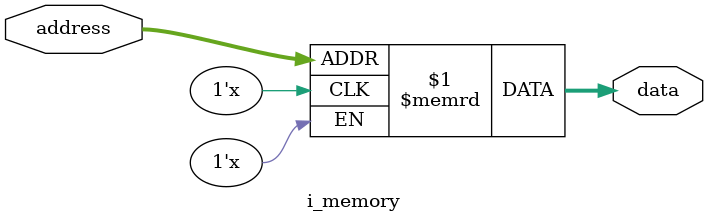
<source format=v>
module i_memory(output [31:0] data, input [31:0] address);

reg [31:0] mem [1000:0];

assign data = mem[address];

endmodule
</source>
